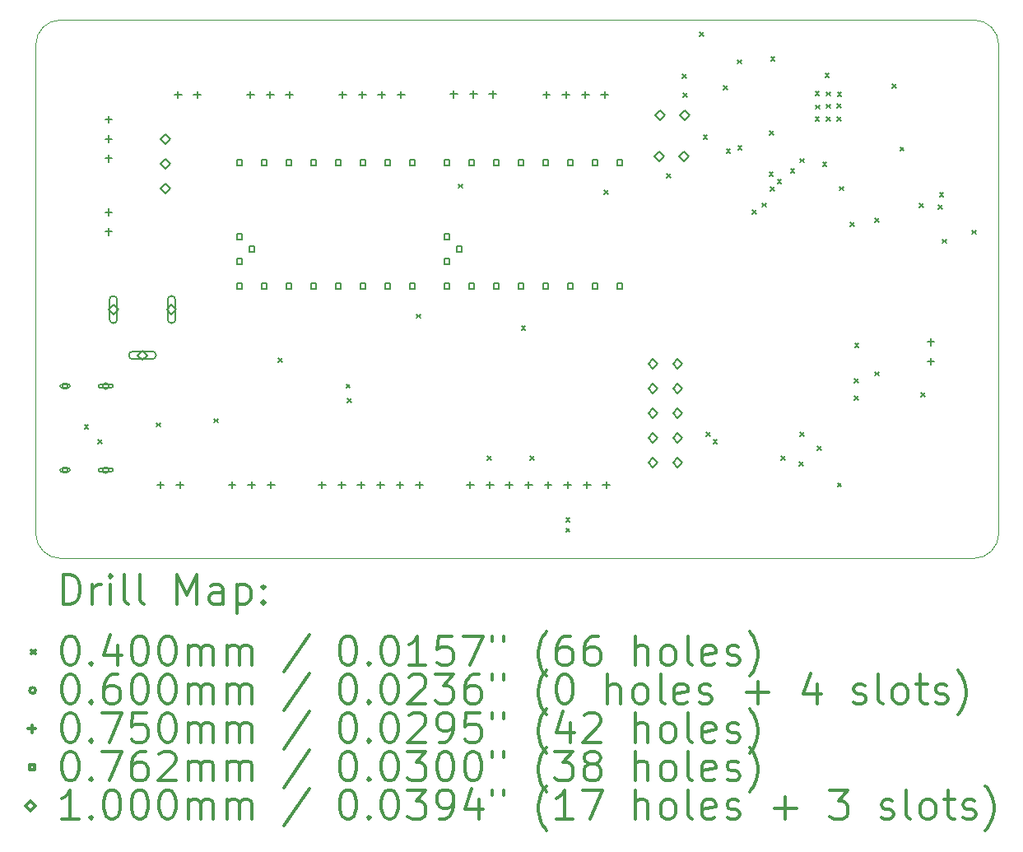
<source format=gbr>
%FSLAX45Y45*%
G04 Gerber Fmt 4.5, Leading zero omitted, Abs format (unit mm)*
G04 Created by KiCad (PCBNEW (5.1.10)-1) date 2022-06-03 14:06:43*
%MOMM*%
%LPD*%
G01*
G04 APERTURE LIST*
%TA.AperFunction,Profile*%
%ADD10C,0.050000*%
%TD*%
%ADD11C,0.200000*%
%ADD12C,0.300000*%
G04 APERTURE END LIST*
D10*
X12446000Y-7156450D02*
X12446000Y-12185650D01*
X2794000Y-12439650D02*
G75*
G02*
X2540000Y-12185650I0J254000D01*
G01*
X12192000Y-12439650D02*
G75*
G03*
X12446000Y-12185650I0J254000D01*
G01*
X2540000Y-12185650D02*
X2540000Y-7156450D01*
X2540000Y-7156450D02*
G75*
G02*
X2794000Y-6902450I254000J0D01*
G01*
X12192000Y-12439650D02*
X2794000Y-12439650D01*
X12192000Y-6902450D02*
G75*
G02*
X12446000Y-7156450I0J-254000D01*
G01*
X2794000Y-6902450D02*
X12192000Y-6902450D01*
D11*
X3040700Y-11067100D02*
X3080700Y-11107100D01*
X3080700Y-11067100D02*
X3040700Y-11107100D01*
X3180400Y-11219500D02*
X3220400Y-11259500D01*
X3220400Y-11219500D02*
X3180400Y-11259500D01*
X3778710Y-11045010D02*
X3818710Y-11085010D01*
X3818710Y-11045010D02*
X3778710Y-11085010D01*
X4374200Y-11003600D02*
X4414200Y-11043600D01*
X4414200Y-11003600D02*
X4374200Y-11043600D01*
X5034600Y-10381300D02*
X5074600Y-10421300D01*
X5074600Y-10381300D02*
X5034600Y-10421300D01*
X5733100Y-10648000D02*
X5773100Y-10688000D01*
X5773100Y-10648000D02*
X5733100Y-10688000D01*
X5745760Y-10797920D02*
X5785760Y-10837920D01*
X5785760Y-10797920D02*
X5745760Y-10837920D01*
X6459540Y-9929180D02*
X6499540Y-9969180D01*
X6499540Y-9929180D02*
X6459540Y-9969180D01*
X6888800Y-8590600D02*
X6928800Y-8630600D01*
X6928800Y-8590600D02*
X6888800Y-8630600D01*
X7187250Y-11390950D02*
X7227250Y-11430950D01*
X7227250Y-11390950D02*
X7187250Y-11430950D01*
X7536500Y-10051100D02*
X7576500Y-10091100D01*
X7576500Y-10051100D02*
X7536500Y-10091100D01*
X7625400Y-11390950D02*
X7665400Y-11430950D01*
X7665400Y-11390950D02*
X7625400Y-11430950D01*
X7993700Y-12024250D02*
X8033700Y-12064250D01*
X8033700Y-12024250D02*
X7993700Y-12064250D01*
X7993700Y-12129250D02*
X8033700Y-12169250D01*
X8033700Y-12129250D02*
X7993700Y-12169250D01*
X8387400Y-8654100D02*
X8427400Y-8694100D01*
X8427400Y-8654100D02*
X8387400Y-8694100D01*
X9028520Y-8482520D02*
X9068520Y-8522520D01*
X9068520Y-8482520D02*
X9028520Y-8522520D01*
X9193850Y-7460300D02*
X9233850Y-7500300D01*
X9233850Y-7460300D02*
X9193850Y-7500300D01*
X9197850Y-7654800D02*
X9237850Y-7694800D01*
X9237850Y-7654800D02*
X9197850Y-7694800D01*
X9367640Y-7028500D02*
X9407640Y-7068500D01*
X9407640Y-7028500D02*
X9367640Y-7068500D01*
X9407041Y-8086241D02*
X9447041Y-8126241D01*
X9447041Y-8086241D02*
X9407041Y-8126241D01*
X9436127Y-11144277D02*
X9476127Y-11184277D01*
X9476127Y-11144277D02*
X9436127Y-11184277D01*
X9510373Y-11218523D02*
X9550373Y-11258523D01*
X9550373Y-11218523D02*
X9510373Y-11258523D01*
X9612950Y-7580950D02*
X9652950Y-7620950D01*
X9652950Y-7580950D02*
X9612950Y-7620950D01*
X9644210Y-8233370D02*
X9684210Y-8273370D01*
X9684210Y-8233370D02*
X9644210Y-8273370D01*
X9761540Y-7312980D02*
X9801540Y-7352980D01*
X9801540Y-7312980D02*
X9761540Y-7352980D01*
X9764250Y-8199720D02*
X9804250Y-8239720D01*
X9804250Y-8199720D02*
X9764250Y-8239720D01*
X9911910Y-8854890D02*
X9951910Y-8894890D01*
X9951910Y-8854890D02*
X9911910Y-8894890D01*
X10011510Y-8785190D02*
X10051510Y-8825190D01*
X10051510Y-8785190D02*
X10011510Y-8825190D01*
X10085450Y-8464870D02*
X10125450Y-8504870D01*
X10125450Y-8464870D02*
X10085450Y-8504870D01*
X10086530Y-8044500D02*
X10126530Y-8084500D01*
X10126530Y-8044500D02*
X10086530Y-8084500D01*
X10100110Y-8617100D02*
X10140110Y-8657100D01*
X10140110Y-8617100D02*
X10100110Y-8657100D01*
X10101900Y-7282500D02*
X10141900Y-7322500D01*
X10141900Y-7282500D02*
X10101900Y-7322500D01*
X10170580Y-8542990D02*
X10210580Y-8582990D01*
X10210580Y-8542990D02*
X10170580Y-8582990D01*
X10209850Y-11390950D02*
X10249850Y-11430950D01*
X10249850Y-11390950D02*
X10209850Y-11430950D01*
X10305510Y-8436860D02*
X10345510Y-8476860D01*
X10345510Y-8436860D02*
X10305510Y-8476860D01*
X10395965Y-11450065D02*
X10435965Y-11490065D01*
X10435965Y-11450065D02*
X10395965Y-11490065D01*
X10400350Y-11143300D02*
X10440350Y-11183300D01*
X10440350Y-11143300D02*
X10400350Y-11183300D01*
X10401500Y-8327690D02*
X10441500Y-8367690D01*
X10441500Y-8327690D02*
X10401500Y-8367690D01*
X10559100Y-7638100D02*
X10599100Y-7678100D01*
X10599100Y-7638100D02*
X10559100Y-7678100D01*
X10559100Y-7898450D02*
X10599100Y-7938450D01*
X10599100Y-7898450D02*
X10559100Y-7938450D01*
X10565450Y-7777800D02*
X10605450Y-7817800D01*
X10605450Y-7777800D02*
X10565450Y-7817800D01*
X10578150Y-11289350D02*
X10618150Y-11329350D01*
X10618150Y-11289350D02*
X10578150Y-11329350D01*
X10635300Y-8368350D02*
X10675300Y-8408350D01*
X10675300Y-8368350D02*
X10635300Y-8408350D01*
X10660570Y-7453850D02*
X10700570Y-7493850D01*
X10700570Y-7453850D02*
X10660570Y-7493850D01*
X10673400Y-7898450D02*
X10713400Y-7938450D01*
X10713400Y-7898450D02*
X10673400Y-7938450D01*
X10675000Y-7642850D02*
X10715000Y-7682850D01*
X10715000Y-7642850D02*
X10675000Y-7682850D01*
X10675000Y-7769850D02*
X10715000Y-7809850D01*
X10715000Y-7769850D02*
X10675000Y-7809850D01*
X10781350Y-7765100D02*
X10821350Y-7805100D01*
X10821350Y-7765100D02*
X10781350Y-7805100D01*
X10781350Y-7898450D02*
X10821350Y-7938450D01*
X10821350Y-7898450D02*
X10781350Y-7938450D01*
X10787700Y-7644450D02*
X10827700Y-7684450D01*
X10827700Y-7644450D02*
X10787700Y-7684450D01*
X10787700Y-11664000D02*
X10827700Y-11704000D01*
X10827700Y-11664000D02*
X10787700Y-11704000D01*
X10806970Y-8614930D02*
X10846970Y-8654930D01*
X10846970Y-8614930D02*
X10806970Y-8654930D01*
X10916320Y-8985090D02*
X10956320Y-9025090D01*
X10956320Y-8985090D02*
X10916320Y-9025090D01*
X10959150Y-10590850D02*
X10999150Y-10630850D01*
X10999150Y-10590850D02*
X10959150Y-10630850D01*
X10959150Y-10771300D02*
X10999150Y-10811300D01*
X10999150Y-10771300D02*
X10959150Y-10811300D01*
X10965500Y-10228900D02*
X11005500Y-10268900D01*
X11005500Y-10228900D02*
X10965500Y-10268900D01*
X11174580Y-8940990D02*
X11214580Y-8980990D01*
X11214580Y-8940990D02*
X11174580Y-8980990D01*
X11175100Y-10521050D02*
X11215100Y-10561050D01*
X11215100Y-10521050D02*
X11175100Y-10561050D01*
X11350030Y-7561510D02*
X11390030Y-7601510D01*
X11390030Y-7561510D02*
X11350030Y-7601510D01*
X11431010Y-8209100D02*
X11471010Y-8249100D01*
X11471010Y-8209100D02*
X11431010Y-8249100D01*
X11630870Y-8790820D02*
X11670870Y-8830820D01*
X11670870Y-8790820D02*
X11630870Y-8830820D01*
X11644950Y-10736900D02*
X11684950Y-10776900D01*
X11684950Y-10736900D02*
X11644950Y-10776900D01*
X11825880Y-8809410D02*
X11865880Y-8849410D01*
X11865880Y-8809410D02*
X11825880Y-8849410D01*
X11836680Y-8679500D02*
X11876680Y-8719500D01*
X11876680Y-8679500D02*
X11836680Y-8719500D01*
X11868020Y-9157410D02*
X11908020Y-9197410D01*
X11908020Y-9157410D02*
X11868020Y-9197410D01*
X12173300Y-9064650D02*
X12213300Y-9104650D01*
X12213300Y-9064650D02*
X12173300Y-9104650D01*
X2871400Y-10667800D02*
G75*
G03*
X2871400Y-10667800I-30000J0D01*
G01*
X2871400Y-10647800D02*
X2811400Y-10647800D01*
X2871400Y-10687800D02*
X2811400Y-10687800D01*
X2811400Y-10647800D02*
G75*
G03*
X2811400Y-10687800I0J-20000D01*
G01*
X2871400Y-10687800D02*
G75*
G03*
X2871400Y-10647800I0J20000D01*
G01*
X2871400Y-11531800D02*
G75*
G03*
X2871400Y-11531800I-30000J0D01*
G01*
X2871400Y-11511800D02*
X2811400Y-11511800D01*
X2871400Y-11551800D02*
X2811400Y-11551800D01*
X2811400Y-11511800D02*
G75*
G03*
X2811400Y-11551800I0J-20000D01*
G01*
X2871400Y-11551800D02*
G75*
G03*
X2871400Y-11511800I0J20000D01*
G01*
X3289400Y-10667800D02*
G75*
G03*
X3289400Y-10667800I-30000J0D01*
G01*
X3314400Y-10647800D02*
X3204400Y-10647800D01*
X3314400Y-10687800D02*
X3204400Y-10687800D01*
X3204400Y-10647800D02*
G75*
G03*
X3204400Y-10687800I0J-20000D01*
G01*
X3314400Y-10687800D02*
G75*
G03*
X3314400Y-10647800I0J20000D01*
G01*
X3289400Y-11531800D02*
G75*
G03*
X3289400Y-11531800I-30000J0D01*
G01*
X3314400Y-11511800D02*
X3204400Y-11511800D01*
X3314400Y-11551800D02*
X3204400Y-11551800D01*
X3204400Y-11511800D02*
G75*
G03*
X3204400Y-11551800I0J-20000D01*
G01*
X3314400Y-11551800D02*
G75*
G03*
X3314400Y-11511800I0J20000D01*
G01*
X3289300Y-7887300D02*
X3289300Y-7962300D01*
X3251800Y-7924800D02*
X3326800Y-7924800D01*
X3289300Y-8087300D02*
X3289300Y-8162300D01*
X3251800Y-8124800D02*
X3326800Y-8124800D01*
X3289300Y-8287300D02*
X3289300Y-8362300D01*
X3251800Y-8324800D02*
X3326800Y-8324800D01*
X3289300Y-8839800D02*
X3289300Y-8914800D01*
X3251800Y-8877300D02*
X3326800Y-8877300D01*
X3289300Y-9039800D02*
X3289300Y-9114800D01*
X3251800Y-9077300D02*
X3326800Y-9077300D01*
X3822700Y-11646500D02*
X3822700Y-11721500D01*
X3785200Y-11684000D02*
X3860200Y-11684000D01*
X4002430Y-7633300D02*
X4002430Y-7708300D01*
X3964930Y-7670800D02*
X4039930Y-7670800D01*
X4022700Y-11646500D02*
X4022700Y-11721500D01*
X3985200Y-11684000D02*
X4060200Y-11684000D01*
X4202430Y-7633300D02*
X4202430Y-7708300D01*
X4164930Y-7670800D02*
X4239930Y-7670800D01*
X4559300Y-11646500D02*
X4559300Y-11721500D01*
X4521800Y-11684000D02*
X4596800Y-11684000D01*
X4749850Y-7633300D02*
X4749850Y-7708300D01*
X4712350Y-7670800D02*
X4787350Y-7670800D01*
X4759300Y-11646500D02*
X4759300Y-11721500D01*
X4721800Y-11684000D02*
X4796800Y-11684000D01*
X4949850Y-7633300D02*
X4949850Y-7708300D01*
X4912350Y-7670800D02*
X4987350Y-7670800D01*
X4959300Y-11646500D02*
X4959300Y-11721500D01*
X4921800Y-11684000D02*
X4996800Y-11684000D01*
X5149850Y-7633300D02*
X5149850Y-7708300D01*
X5112350Y-7670800D02*
X5187350Y-7670800D01*
X5486400Y-11646500D02*
X5486400Y-11721500D01*
X5448900Y-11684000D02*
X5523900Y-11684000D01*
X5686400Y-11646500D02*
X5686400Y-11721500D01*
X5648900Y-11684000D02*
X5723900Y-11684000D01*
X5697930Y-7633300D02*
X5697930Y-7708300D01*
X5660430Y-7670800D02*
X5735430Y-7670800D01*
X5886400Y-11646500D02*
X5886400Y-11721500D01*
X5848900Y-11684000D02*
X5923900Y-11684000D01*
X5897930Y-7633300D02*
X5897930Y-7708300D01*
X5860430Y-7670800D02*
X5935430Y-7670800D01*
X6086400Y-11646500D02*
X6086400Y-11721500D01*
X6048900Y-11684000D02*
X6123900Y-11684000D01*
X6097930Y-7633300D02*
X6097930Y-7708300D01*
X6060430Y-7670800D02*
X6135430Y-7670800D01*
X6286400Y-11646500D02*
X6286400Y-11721500D01*
X6248900Y-11684000D02*
X6323900Y-11684000D01*
X6297930Y-7633300D02*
X6297930Y-7708300D01*
X6260430Y-7670800D02*
X6335430Y-7670800D01*
X6486400Y-11646500D02*
X6486400Y-11721500D01*
X6448900Y-11684000D02*
X6523900Y-11684000D01*
X6840880Y-7628220D02*
X6840880Y-7703220D01*
X6803380Y-7665720D02*
X6878380Y-7665720D01*
X7010400Y-11646500D02*
X7010400Y-11721500D01*
X6972900Y-11684000D02*
X7047900Y-11684000D01*
X7040880Y-7628220D02*
X7040880Y-7703220D01*
X7003380Y-7665720D02*
X7078380Y-7665720D01*
X7210400Y-11646500D02*
X7210400Y-11721500D01*
X7172900Y-11684000D02*
X7247900Y-11684000D01*
X7240880Y-7628220D02*
X7240880Y-7703220D01*
X7203380Y-7665720D02*
X7278380Y-7665720D01*
X7410400Y-11646500D02*
X7410400Y-11721500D01*
X7372900Y-11684000D02*
X7447900Y-11684000D01*
X7610400Y-11646500D02*
X7610400Y-11721500D01*
X7572900Y-11684000D02*
X7647900Y-11684000D01*
X7793430Y-7633300D02*
X7793430Y-7708300D01*
X7755930Y-7670800D02*
X7830930Y-7670800D01*
X7810400Y-11646500D02*
X7810400Y-11721500D01*
X7772900Y-11684000D02*
X7847900Y-11684000D01*
X7993430Y-7633300D02*
X7993430Y-7708300D01*
X7955930Y-7670800D02*
X8030930Y-7670800D01*
X8010400Y-11646500D02*
X8010400Y-11721500D01*
X7972900Y-11684000D02*
X8047900Y-11684000D01*
X8193430Y-7633300D02*
X8193430Y-7708300D01*
X8155930Y-7670800D02*
X8230930Y-7670800D01*
X8210400Y-11646500D02*
X8210400Y-11721500D01*
X8172900Y-11684000D02*
X8247900Y-11684000D01*
X8393430Y-7633300D02*
X8393430Y-7708300D01*
X8355930Y-7670800D02*
X8430930Y-7670800D01*
X8410400Y-11646500D02*
X8410400Y-11721500D01*
X8372900Y-11684000D02*
X8447900Y-11684000D01*
X11747500Y-10176500D02*
X11747500Y-10251500D01*
X11710000Y-10214000D02*
X11785000Y-10214000D01*
X11747500Y-10376500D02*
X11747500Y-10451500D01*
X11710000Y-10414000D02*
X11785000Y-10414000D01*
X4662441Y-8396241D02*
X4662441Y-8342359D01*
X4608559Y-8342359D01*
X4608559Y-8396241D01*
X4662441Y-8396241D01*
X4662441Y-9158241D02*
X4662441Y-9104359D01*
X4608559Y-9104359D01*
X4608559Y-9158241D01*
X4662441Y-9158241D01*
X4662441Y-9412241D02*
X4662441Y-9358359D01*
X4608559Y-9358359D01*
X4608559Y-9412241D01*
X4662441Y-9412241D01*
X4662441Y-9666241D02*
X4662441Y-9612359D01*
X4608559Y-9612359D01*
X4608559Y-9666241D01*
X4662441Y-9666241D01*
X4789441Y-9285241D02*
X4789441Y-9231359D01*
X4735559Y-9231359D01*
X4735559Y-9285241D01*
X4789441Y-9285241D01*
X4916441Y-8396241D02*
X4916441Y-8342359D01*
X4862559Y-8342359D01*
X4862559Y-8396241D01*
X4916441Y-8396241D01*
X4916441Y-9666241D02*
X4916441Y-9612359D01*
X4862559Y-9612359D01*
X4862559Y-9666241D01*
X4916441Y-9666241D01*
X5170441Y-8396241D02*
X5170441Y-8342359D01*
X5116559Y-8342359D01*
X5116559Y-8396241D01*
X5170441Y-8396241D01*
X5170441Y-9666241D02*
X5170441Y-9612359D01*
X5116559Y-9612359D01*
X5116559Y-9666241D01*
X5170441Y-9666241D01*
X5424441Y-8396241D02*
X5424441Y-8342359D01*
X5370559Y-8342359D01*
X5370559Y-8396241D01*
X5424441Y-8396241D01*
X5424441Y-9666241D02*
X5424441Y-9612359D01*
X5370559Y-9612359D01*
X5370559Y-9666241D01*
X5424441Y-9666241D01*
X5678441Y-8396241D02*
X5678441Y-8342359D01*
X5624559Y-8342359D01*
X5624559Y-8396241D01*
X5678441Y-8396241D01*
X5678441Y-9666241D02*
X5678441Y-9612359D01*
X5624559Y-9612359D01*
X5624559Y-9666241D01*
X5678441Y-9666241D01*
X5932441Y-8396241D02*
X5932441Y-8342359D01*
X5878559Y-8342359D01*
X5878559Y-8396241D01*
X5932441Y-8396241D01*
X5932441Y-9666241D02*
X5932441Y-9612359D01*
X5878559Y-9612359D01*
X5878559Y-9666241D01*
X5932441Y-9666241D01*
X6186441Y-8396241D02*
X6186441Y-8342359D01*
X6132559Y-8342359D01*
X6132559Y-8396241D01*
X6186441Y-8396241D01*
X6186441Y-9666241D02*
X6186441Y-9612359D01*
X6132559Y-9612359D01*
X6132559Y-9666241D01*
X6186441Y-9666241D01*
X6440441Y-8396241D02*
X6440441Y-8342359D01*
X6386559Y-8342359D01*
X6386559Y-8396241D01*
X6440441Y-8396241D01*
X6440441Y-9666241D02*
X6440441Y-9612359D01*
X6386559Y-9612359D01*
X6386559Y-9666241D01*
X6440441Y-9666241D01*
X6796041Y-8396241D02*
X6796041Y-8342359D01*
X6742159Y-8342359D01*
X6742159Y-8396241D01*
X6796041Y-8396241D01*
X6796041Y-9158241D02*
X6796041Y-9104359D01*
X6742159Y-9104359D01*
X6742159Y-9158241D01*
X6796041Y-9158241D01*
X6796041Y-9412241D02*
X6796041Y-9358359D01*
X6742159Y-9358359D01*
X6742159Y-9412241D01*
X6796041Y-9412241D01*
X6796041Y-9666241D02*
X6796041Y-9612359D01*
X6742159Y-9612359D01*
X6742159Y-9666241D01*
X6796041Y-9666241D01*
X6923041Y-9285241D02*
X6923041Y-9231359D01*
X6869159Y-9231359D01*
X6869159Y-9285241D01*
X6923041Y-9285241D01*
X7050041Y-8396241D02*
X7050041Y-8342359D01*
X6996159Y-8342359D01*
X6996159Y-8396241D01*
X7050041Y-8396241D01*
X7050041Y-9666241D02*
X7050041Y-9612359D01*
X6996159Y-9612359D01*
X6996159Y-9666241D01*
X7050041Y-9666241D01*
X7304041Y-8396241D02*
X7304041Y-8342359D01*
X7250159Y-8342359D01*
X7250159Y-8396241D01*
X7304041Y-8396241D01*
X7304041Y-9666241D02*
X7304041Y-9612359D01*
X7250159Y-9612359D01*
X7250159Y-9666241D01*
X7304041Y-9666241D01*
X7558041Y-8396241D02*
X7558041Y-8342359D01*
X7504159Y-8342359D01*
X7504159Y-8396241D01*
X7558041Y-8396241D01*
X7558041Y-9666241D02*
X7558041Y-9612359D01*
X7504159Y-9612359D01*
X7504159Y-9666241D01*
X7558041Y-9666241D01*
X7812041Y-8396241D02*
X7812041Y-8342359D01*
X7758159Y-8342359D01*
X7758159Y-8396241D01*
X7812041Y-8396241D01*
X7812041Y-9666241D02*
X7812041Y-9612359D01*
X7758159Y-9612359D01*
X7758159Y-9666241D01*
X7812041Y-9666241D01*
X8066041Y-8396241D02*
X8066041Y-8342359D01*
X8012159Y-8342359D01*
X8012159Y-8396241D01*
X8066041Y-8396241D01*
X8066041Y-9666241D02*
X8066041Y-9612359D01*
X8012159Y-9612359D01*
X8012159Y-9666241D01*
X8066041Y-9666241D01*
X8320041Y-8396241D02*
X8320041Y-8342359D01*
X8266159Y-8342359D01*
X8266159Y-8396241D01*
X8320041Y-8396241D01*
X8320041Y-9666241D02*
X8320041Y-9612359D01*
X8266159Y-9612359D01*
X8266159Y-9666241D01*
X8320041Y-9666241D01*
X8574041Y-8396241D02*
X8574041Y-8342359D01*
X8520159Y-8342359D01*
X8520159Y-8396241D01*
X8574041Y-8396241D01*
X8574041Y-9666241D02*
X8574041Y-9612359D01*
X8520159Y-9612359D01*
X8520159Y-9666241D01*
X8574041Y-9666241D01*
X3337000Y-9930600D02*
X3387000Y-9880600D01*
X3337000Y-9830600D01*
X3287000Y-9880600D01*
X3337000Y-9930600D01*
X3297000Y-9780600D02*
X3297000Y-9980600D01*
X3377000Y-9780600D02*
X3377000Y-9980600D01*
X3297000Y-9980600D02*
G75*
G03*
X3377000Y-9980600I40000J0D01*
G01*
X3377000Y-9780600D02*
G75*
G03*
X3297000Y-9780600I-40000J0D01*
G01*
X3637000Y-10400600D02*
X3687000Y-10350600D01*
X3637000Y-10300600D01*
X3587000Y-10350600D01*
X3637000Y-10400600D01*
X3537000Y-10390600D02*
X3737000Y-10390600D01*
X3537000Y-10310600D02*
X3737000Y-10310600D01*
X3737000Y-10390600D02*
G75*
G03*
X3737000Y-10310600I0J40000D01*
G01*
X3537000Y-10310600D02*
G75*
G03*
X3537000Y-10390600I0J-40000D01*
G01*
X3873500Y-8178000D02*
X3923500Y-8128000D01*
X3873500Y-8078000D01*
X3823500Y-8128000D01*
X3873500Y-8178000D01*
X3873500Y-8432000D02*
X3923500Y-8382000D01*
X3873500Y-8332000D01*
X3823500Y-8382000D01*
X3873500Y-8432000D01*
X3873500Y-8686000D02*
X3923500Y-8636000D01*
X3873500Y-8586000D01*
X3823500Y-8636000D01*
X3873500Y-8686000D01*
X3937000Y-9930600D02*
X3987000Y-9880600D01*
X3937000Y-9830600D01*
X3887000Y-9880600D01*
X3937000Y-9930600D01*
X3897000Y-9780600D02*
X3897000Y-9980600D01*
X3977000Y-9780600D02*
X3977000Y-9980600D01*
X3897000Y-9980600D02*
G75*
G03*
X3977000Y-9980600I40000J0D01*
G01*
X3977000Y-9780600D02*
G75*
G03*
X3897000Y-9780600I-40000J0D01*
G01*
X8890000Y-10489400D02*
X8940000Y-10439400D01*
X8890000Y-10389400D01*
X8840000Y-10439400D01*
X8890000Y-10489400D01*
X8890000Y-10743400D02*
X8940000Y-10693400D01*
X8890000Y-10643400D01*
X8840000Y-10693400D01*
X8890000Y-10743400D01*
X8890000Y-10997400D02*
X8940000Y-10947400D01*
X8890000Y-10897400D01*
X8840000Y-10947400D01*
X8890000Y-10997400D01*
X8890000Y-11251400D02*
X8940000Y-11201400D01*
X8890000Y-11151400D01*
X8840000Y-11201400D01*
X8890000Y-11251400D01*
X8890000Y-11505400D02*
X8940000Y-11455400D01*
X8890000Y-11405400D01*
X8840000Y-11455400D01*
X8890000Y-11505400D01*
X8953500Y-8355800D02*
X9003500Y-8305800D01*
X8953500Y-8255800D01*
X8903500Y-8305800D01*
X8953500Y-8355800D01*
X8959850Y-7930350D02*
X9009850Y-7880350D01*
X8959850Y-7830350D01*
X8909850Y-7880350D01*
X8959850Y-7930350D01*
X9144000Y-10489400D02*
X9194000Y-10439400D01*
X9144000Y-10389400D01*
X9094000Y-10439400D01*
X9144000Y-10489400D01*
X9144000Y-10743400D02*
X9194000Y-10693400D01*
X9144000Y-10643400D01*
X9094000Y-10693400D01*
X9144000Y-10743400D01*
X9144000Y-10997400D02*
X9194000Y-10947400D01*
X9144000Y-10897400D01*
X9094000Y-10947400D01*
X9144000Y-10997400D01*
X9144000Y-11251400D02*
X9194000Y-11201400D01*
X9144000Y-11151400D01*
X9094000Y-11201400D01*
X9144000Y-11251400D01*
X9144000Y-11505400D02*
X9194000Y-11455400D01*
X9144000Y-11405400D01*
X9094000Y-11455400D01*
X9144000Y-11505400D01*
X9207500Y-8355800D02*
X9257500Y-8305800D01*
X9207500Y-8255800D01*
X9157500Y-8305800D01*
X9207500Y-8355800D01*
X9213850Y-7930350D02*
X9263850Y-7880350D01*
X9213850Y-7830350D01*
X9163850Y-7880350D01*
X9213850Y-7930350D01*
D12*
X2823928Y-12907864D02*
X2823928Y-12607864D01*
X2895357Y-12607864D01*
X2938214Y-12622150D01*
X2966786Y-12650721D01*
X2981071Y-12679293D01*
X2995357Y-12736436D01*
X2995357Y-12779293D01*
X2981071Y-12836436D01*
X2966786Y-12865007D01*
X2938214Y-12893579D01*
X2895357Y-12907864D01*
X2823928Y-12907864D01*
X3123928Y-12907864D02*
X3123928Y-12707864D01*
X3123928Y-12765007D02*
X3138214Y-12736436D01*
X3152500Y-12722150D01*
X3181071Y-12707864D01*
X3209643Y-12707864D01*
X3309643Y-12907864D02*
X3309643Y-12707864D01*
X3309643Y-12607864D02*
X3295357Y-12622150D01*
X3309643Y-12636436D01*
X3323928Y-12622150D01*
X3309643Y-12607864D01*
X3309643Y-12636436D01*
X3495357Y-12907864D02*
X3466786Y-12893579D01*
X3452500Y-12865007D01*
X3452500Y-12607864D01*
X3652500Y-12907864D02*
X3623928Y-12893579D01*
X3609643Y-12865007D01*
X3609643Y-12607864D01*
X3995357Y-12907864D02*
X3995357Y-12607864D01*
X4095357Y-12822150D01*
X4195357Y-12607864D01*
X4195357Y-12907864D01*
X4466786Y-12907864D02*
X4466786Y-12750721D01*
X4452500Y-12722150D01*
X4423928Y-12707864D01*
X4366786Y-12707864D01*
X4338214Y-12722150D01*
X4466786Y-12893579D02*
X4438214Y-12907864D01*
X4366786Y-12907864D01*
X4338214Y-12893579D01*
X4323928Y-12865007D01*
X4323928Y-12836436D01*
X4338214Y-12807864D01*
X4366786Y-12793579D01*
X4438214Y-12793579D01*
X4466786Y-12779293D01*
X4609643Y-12707864D02*
X4609643Y-13007864D01*
X4609643Y-12722150D02*
X4638214Y-12707864D01*
X4695357Y-12707864D01*
X4723928Y-12722150D01*
X4738214Y-12736436D01*
X4752500Y-12765007D01*
X4752500Y-12850721D01*
X4738214Y-12879293D01*
X4723928Y-12893579D01*
X4695357Y-12907864D01*
X4638214Y-12907864D01*
X4609643Y-12893579D01*
X4881071Y-12879293D02*
X4895357Y-12893579D01*
X4881071Y-12907864D01*
X4866786Y-12893579D01*
X4881071Y-12879293D01*
X4881071Y-12907864D01*
X4881071Y-12722150D02*
X4895357Y-12736436D01*
X4881071Y-12750721D01*
X4866786Y-12736436D01*
X4881071Y-12722150D01*
X4881071Y-12750721D01*
X2497500Y-13382150D02*
X2537500Y-13422150D01*
X2537500Y-13382150D02*
X2497500Y-13422150D01*
X2881071Y-13237864D02*
X2909643Y-13237864D01*
X2938214Y-13252150D01*
X2952500Y-13266436D01*
X2966786Y-13295007D01*
X2981071Y-13352150D01*
X2981071Y-13423579D01*
X2966786Y-13480721D01*
X2952500Y-13509293D01*
X2938214Y-13523579D01*
X2909643Y-13537864D01*
X2881071Y-13537864D01*
X2852500Y-13523579D01*
X2838214Y-13509293D01*
X2823928Y-13480721D01*
X2809643Y-13423579D01*
X2809643Y-13352150D01*
X2823928Y-13295007D01*
X2838214Y-13266436D01*
X2852500Y-13252150D01*
X2881071Y-13237864D01*
X3109643Y-13509293D02*
X3123928Y-13523579D01*
X3109643Y-13537864D01*
X3095357Y-13523579D01*
X3109643Y-13509293D01*
X3109643Y-13537864D01*
X3381071Y-13337864D02*
X3381071Y-13537864D01*
X3309643Y-13223579D02*
X3238214Y-13437864D01*
X3423928Y-13437864D01*
X3595357Y-13237864D02*
X3623928Y-13237864D01*
X3652500Y-13252150D01*
X3666786Y-13266436D01*
X3681071Y-13295007D01*
X3695357Y-13352150D01*
X3695357Y-13423579D01*
X3681071Y-13480721D01*
X3666786Y-13509293D01*
X3652500Y-13523579D01*
X3623928Y-13537864D01*
X3595357Y-13537864D01*
X3566786Y-13523579D01*
X3552500Y-13509293D01*
X3538214Y-13480721D01*
X3523928Y-13423579D01*
X3523928Y-13352150D01*
X3538214Y-13295007D01*
X3552500Y-13266436D01*
X3566786Y-13252150D01*
X3595357Y-13237864D01*
X3881071Y-13237864D02*
X3909643Y-13237864D01*
X3938214Y-13252150D01*
X3952500Y-13266436D01*
X3966786Y-13295007D01*
X3981071Y-13352150D01*
X3981071Y-13423579D01*
X3966786Y-13480721D01*
X3952500Y-13509293D01*
X3938214Y-13523579D01*
X3909643Y-13537864D01*
X3881071Y-13537864D01*
X3852500Y-13523579D01*
X3838214Y-13509293D01*
X3823928Y-13480721D01*
X3809643Y-13423579D01*
X3809643Y-13352150D01*
X3823928Y-13295007D01*
X3838214Y-13266436D01*
X3852500Y-13252150D01*
X3881071Y-13237864D01*
X4109643Y-13537864D02*
X4109643Y-13337864D01*
X4109643Y-13366436D02*
X4123928Y-13352150D01*
X4152500Y-13337864D01*
X4195357Y-13337864D01*
X4223928Y-13352150D01*
X4238214Y-13380721D01*
X4238214Y-13537864D01*
X4238214Y-13380721D02*
X4252500Y-13352150D01*
X4281071Y-13337864D01*
X4323928Y-13337864D01*
X4352500Y-13352150D01*
X4366786Y-13380721D01*
X4366786Y-13537864D01*
X4509643Y-13537864D02*
X4509643Y-13337864D01*
X4509643Y-13366436D02*
X4523928Y-13352150D01*
X4552500Y-13337864D01*
X4595357Y-13337864D01*
X4623928Y-13352150D01*
X4638214Y-13380721D01*
X4638214Y-13537864D01*
X4638214Y-13380721D02*
X4652500Y-13352150D01*
X4681071Y-13337864D01*
X4723928Y-13337864D01*
X4752500Y-13352150D01*
X4766786Y-13380721D01*
X4766786Y-13537864D01*
X5352500Y-13223579D02*
X5095357Y-13609293D01*
X5738214Y-13237864D02*
X5766786Y-13237864D01*
X5795357Y-13252150D01*
X5809643Y-13266436D01*
X5823928Y-13295007D01*
X5838214Y-13352150D01*
X5838214Y-13423579D01*
X5823928Y-13480721D01*
X5809643Y-13509293D01*
X5795357Y-13523579D01*
X5766786Y-13537864D01*
X5738214Y-13537864D01*
X5709643Y-13523579D01*
X5695357Y-13509293D01*
X5681071Y-13480721D01*
X5666786Y-13423579D01*
X5666786Y-13352150D01*
X5681071Y-13295007D01*
X5695357Y-13266436D01*
X5709643Y-13252150D01*
X5738214Y-13237864D01*
X5966786Y-13509293D02*
X5981071Y-13523579D01*
X5966786Y-13537864D01*
X5952500Y-13523579D01*
X5966786Y-13509293D01*
X5966786Y-13537864D01*
X6166786Y-13237864D02*
X6195357Y-13237864D01*
X6223928Y-13252150D01*
X6238214Y-13266436D01*
X6252500Y-13295007D01*
X6266786Y-13352150D01*
X6266786Y-13423579D01*
X6252500Y-13480721D01*
X6238214Y-13509293D01*
X6223928Y-13523579D01*
X6195357Y-13537864D01*
X6166786Y-13537864D01*
X6138214Y-13523579D01*
X6123928Y-13509293D01*
X6109643Y-13480721D01*
X6095357Y-13423579D01*
X6095357Y-13352150D01*
X6109643Y-13295007D01*
X6123928Y-13266436D01*
X6138214Y-13252150D01*
X6166786Y-13237864D01*
X6552500Y-13537864D02*
X6381071Y-13537864D01*
X6466786Y-13537864D02*
X6466786Y-13237864D01*
X6438214Y-13280721D01*
X6409643Y-13309293D01*
X6381071Y-13323579D01*
X6823928Y-13237864D02*
X6681071Y-13237864D01*
X6666786Y-13380721D01*
X6681071Y-13366436D01*
X6709643Y-13352150D01*
X6781071Y-13352150D01*
X6809643Y-13366436D01*
X6823928Y-13380721D01*
X6838214Y-13409293D01*
X6838214Y-13480721D01*
X6823928Y-13509293D01*
X6809643Y-13523579D01*
X6781071Y-13537864D01*
X6709643Y-13537864D01*
X6681071Y-13523579D01*
X6666786Y-13509293D01*
X6938214Y-13237864D02*
X7138214Y-13237864D01*
X7009643Y-13537864D01*
X7238214Y-13237864D02*
X7238214Y-13295007D01*
X7352500Y-13237864D02*
X7352500Y-13295007D01*
X7795357Y-13652150D02*
X7781071Y-13637864D01*
X7752500Y-13595007D01*
X7738214Y-13566436D01*
X7723928Y-13523579D01*
X7709643Y-13452150D01*
X7709643Y-13395007D01*
X7723928Y-13323579D01*
X7738214Y-13280721D01*
X7752500Y-13252150D01*
X7781071Y-13209293D01*
X7795357Y-13195007D01*
X8038214Y-13237864D02*
X7981071Y-13237864D01*
X7952500Y-13252150D01*
X7938214Y-13266436D01*
X7909643Y-13309293D01*
X7895357Y-13366436D01*
X7895357Y-13480721D01*
X7909643Y-13509293D01*
X7923928Y-13523579D01*
X7952500Y-13537864D01*
X8009643Y-13537864D01*
X8038214Y-13523579D01*
X8052500Y-13509293D01*
X8066786Y-13480721D01*
X8066786Y-13409293D01*
X8052500Y-13380721D01*
X8038214Y-13366436D01*
X8009643Y-13352150D01*
X7952500Y-13352150D01*
X7923928Y-13366436D01*
X7909643Y-13380721D01*
X7895357Y-13409293D01*
X8323928Y-13237864D02*
X8266786Y-13237864D01*
X8238214Y-13252150D01*
X8223928Y-13266436D01*
X8195357Y-13309293D01*
X8181071Y-13366436D01*
X8181071Y-13480721D01*
X8195357Y-13509293D01*
X8209643Y-13523579D01*
X8238214Y-13537864D01*
X8295357Y-13537864D01*
X8323928Y-13523579D01*
X8338214Y-13509293D01*
X8352500Y-13480721D01*
X8352500Y-13409293D01*
X8338214Y-13380721D01*
X8323928Y-13366436D01*
X8295357Y-13352150D01*
X8238214Y-13352150D01*
X8209643Y-13366436D01*
X8195357Y-13380721D01*
X8181071Y-13409293D01*
X8709643Y-13537864D02*
X8709643Y-13237864D01*
X8838214Y-13537864D02*
X8838214Y-13380721D01*
X8823928Y-13352150D01*
X8795357Y-13337864D01*
X8752500Y-13337864D01*
X8723928Y-13352150D01*
X8709643Y-13366436D01*
X9023928Y-13537864D02*
X8995357Y-13523579D01*
X8981071Y-13509293D01*
X8966786Y-13480721D01*
X8966786Y-13395007D01*
X8981071Y-13366436D01*
X8995357Y-13352150D01*
X9023928Y-13337864D01*
X9066786Y-13337864D01*
X9095357Y-13352150D01*
X9109643Y-13366436D01*
X9123928Y-13395007D01*
X9123928Y-13480721D01*
X9109643Y-13509293D01*
X9095357Y-13523579D01*
X9066786Y-13537864D01*
X9023928Y-13537864D01*
X9295357Y-13537864D02*
X9266786Y-13523579D01*
X9252500Y-13495007D01*
X9252500Y-13237864D01*
X9523928Y-13523579D02*
X9495357Y-13537864D01*
X9438214Y-13537864D01*
X9409643Y-13523579D01*
X9395357Y-13495007D01*
X9395357Y-13380721D01*
X9409643Y-13352150D01*
X9438214Y-13337864D01*
X9495357Y-13337864D01*
X9523928Y-13352150D01*
X9538214Y-13380721D01*
X9538214Y-13409293D01*
X9395357Y-13437864D01*
X9652500Y-13523579D02*
X9681071Y-13537864D01*
X9738214Y-13537864D01*
X9766786Y-13523579D01*
X9781071Y-13495007D01*
X9781071Y-13480721D01*
X9766786Y-13452150D01*
X9738214Y-13437864D01*
X9695357Y-13437864D01*
X9666786Y-13423579D01*
X9652500Y-13395007D01*
X9652500Y-13380721D01*
X9666786Y-13352150D01*
X9695357Y-13337864D01*
X9738214Y-13337864D01*
X9766786Y-13352150D01*
X9881071Y-13652150D02*
X9895357Y-13637864D01*
X9923928Y-13595007D01*
X9938214Y-13566436D01*
X9952500Y-13523579D01*
X9966786Y-13452150D01*
X9966786Y-13395007D01*
X9952500Y-13323579D01*
X9938214Y-13280721D01*
X9923928Y-13252150D01*
X9895357Y-13209293D01*
X9881071Y-13195007D01*
X2537500Y-13798150D02*
G75*
G03*
X2537500Y-13798150I-30000J0D01*
G01*
X2881071Y-13633864D02*
X2909643Y-13633864D01*
X2938214Y-13648150D01*
X2952500Y-13662436D01*
X2966786Y-13691007D01*
X2981071Y-13748150D01*
X2981071Y-13819579D01*
X2966786Y-13876721D01*
X2952500Y-13905293D01*
X2938214Y-13919579D01*
X2909643Y-13933864D01*
X2881071Y-13933864D01*
X2852500Y-13919579D01*
X2838214Y-13905293D01*
X2823928Y-13876721D01*
X2809643Y-13819579D01*
X2809643Y-13748150D01*
X2823928Y-13691007D01*
X2838214Y-13662436D01*
X2852500Y-13648150D01*
X2881071Y-13633864D01*
X3109643Y-13905293D02*
X3123928Y-13919579D01*
X3109643Y-13933864D01*
X3095357Y-13919579D01*
X3109643Y-13905293D01*
X3109643Y-13933864D01*
X3381071Y-13633864D02*
X3323928Y-13633864D01*
X3295357Y-13648150D01*
X3281071Y-13662436D01*
X3252500Y-13705293D01*
X3238214Y-13762436D01*
X3238214Y-13876721D01*
X3252500Y-13905293D01*
X3266786Y-13919579D01*
X3295357Y-13933864D01*
X3352500Y-13933864D01*
X3381071Y-13919579D01*
X3395357Y-13905293D01*
X3409643Y-13876721D01*
X3409643Y-13805293D01*
X3395357Y-13776721D01*
X3381071Y-13762436D01*
X3352500Y-13748150D01*
X3295357Y-13748150D01*
X3266786Y-13762436D01*
X3252500Y-13776721D01*
X3238214Y-13805293D01*
X3595357Y-13633864D02*
X3623928Y-13633864D01*
X3652500Y-13648150D01*
X3666786Y-13662436D01*
X3681071Y-13691007D01*
X3695357Y-13748150D01*
X3695357Y-13819579D01*
X3681071Y-13876721D01*
X3666786Y-13905293D01*
X3652500Y-13919579D01*
X3623928Y-13933864D01*
X3595357Y-13933864D01*
X3566786Y-13919579D01*
X3552500Y-13905293D01*
X3538214Y-13876721D01*
X3523928Y-13819579D01*
X3523928Y-13748150D01*
X3538214Y-13691007D01*
X3552500Y-13662436D01*
X3566786Y-13648150D01*
X3595357Y-13633864D01*
X3881071Y-13633864D02*
X3909643Y-13633864D01*
X3938214Y-13648150D01*
X3952500Y-13662436D01*
X3966786Y-13691007D01*
X3981071Y-13748150D01*
X3981071Y-13819579D01*
X3966786Y-13876721D01*
X3952500Y-13905293D01*
X3938214Y-13919579D01*
X3909643Y-13933864D01*
X3881071Y-13933864D01*
X3852500Y-13919579D01*
X3838214Y-13905293D01*
X3823928Y-13876721D01*
X3809643Y-13819579D01*
X3809643Y-13748150D01*
X3823928Y-13691007D01*
X3838214Y-13662436D01*
X3852500Y-13648150D01*
X3881071Y-13633864D01*
X4109643Y-13933864D02*
X4109643Y-13733864D01*
X4109643Y-13762436D02*
X4123928Y-13748150D01*
X4152500Y-13733864D01*
X4195357Y-13733864D01*
X4223928Y-13748150D01*
X4238214Y-13776721D01*
X4238214Y-13933864D01*
X4238214Y-13776721D02*
X4252500Y-13748150D01*
X4281071Y-13733864D01*
X4323928Y-13733864D01*
X4352500Y-13748150D01*
X4366786Y-13776721D01*
X4366786Y-13933864D01*
X4509643Y-13933864D02*
X4509643Y-13733864D01*
X4509643Y-13762436D02*
X4523928Y-13748150D01*
X4552500Y-13733864D01*
X4595357Y-13733864D01*
X4623928Y-13748150D01*
X4638214Y-13776721D01*
X4638214Y-13933864D01*
X4638214Y-13776721D02*
X4652500Y-13748150D01*
X4681071Y-13733864D01*
X4723928Y-13733864D01*
X4752500Y-13748150D01*
X4766786Y-13776721D01*
X4766786Y-13933864D01*
X5352500Y-13619579D02*
X5095357Y-14005293D01*
X5738214Y-13633864D02*
X5766786Y-13633864D01*
X5795357Y-13648150D01*
X5809643Y-13662436D01*
X5823928Y-13691007D01*
X5838214Y-13748150D01*
X5838214Y-13819579D01*
X5823928Y-13876721D01*
X5809643Y-13905293D01*
X5795357Y-13919579D01*
X5766786Y-13933864D01*
X5738214Y-13933864D01*
X5709643Y-13919579D01*
X5695357Y-13905293D01*
X5681071Y-13876721D01*
X5666786Y-13819579D01*
X5666786Y-13748150D01*
X5681071Y-13691007D01*
X5695357Y-13662436D01*
X5709643Y-13648150D01*
X5738214Y-13633864D01*
X5966786Y-13905293D02*
X5981071Y-13919579D01*
X5966786Y-13933864D01*
X5952500Y-13919579D01*
X5966786Y-13905293D01*
X5966786Y-13933864D01*
X6166786Y-13633864D02*
X6195357Y-13633864D01*
X6223928Y-13648150D01*
X6238214Y-13662436D01*
X6252500Y-13691007D01*
X6266786Y-13748150D01*
X6266786Y-13819579D01*
X6252500Y-13876721D01*
X6238214Y-13905293D01*
X6223928Y-13919579D01*
X6195357Y-13933864D01*
X6166786Y-13933864D01*
X6138214Y-13919579D01*
X6123928Y-13905293D01*
X6109643Y-13876721D01*
X6095357Y-13819579D01*
X6095357Y-13748150D01*
X6109643Y-13691007D01*
X6123928Y-13662436D01*
X6138214Y-13648150D01*
X6166786Y-13633864D01*
X6381071Y-13662436D02*
X6395357Y-13648150D01*
X6423928Y-13633864D01*
X6495357Y-13633864D01*
X6523928Y-13648150D01*
X6538214Y-13662436D01*
X6552500Y-13691007D01*
X6552500Y-13719579D01*
X6538214Y-13762436D01*
X6366786Y-13933864D01*
X6552500Y-13933864D01*
X6652500Y-13633864D02*
X6838214Y-13633864D01*
X6738214Y-13748150D01*
X6781071Y-13748150D01*
X6809643Y-13762436D01*
X6823928Y-13776721D01*
X6838214Y-13805293D01*
X6838214Y-13876721D01*
X6823928Y-13905293D01*
X6809643Y-13919579D01*
X6781071Y-13933864D01*
X6695357Y-13933864D01*
X6666786Y-13919579D01*
X6652500Y-13905293D01*
X7095357Y-13633864D02*
X7038214Y-13633864D01*
X7009643Y-13648150D01*
X6995357Y-13662436D01*
X6966786Y-13705293D01*
X6952500Y-13762436D01*
X6952500Y-13876721D01*
X6966786Y-13905293D01*
X6981071Y-13919579D01*
X7009643Y-13933864D01*
X7066786Y-13933864D01*
X7095357Y-13919579D01*
X7109643Y-13905293D01*
X7123928Y-13876721D01*
X7123928Y-13805293D01*
X7109643Y-13776721D01*
X7095357Y-13762436D01*
X7066786Y-13748150D01*
X7009643Y-13748150D01*
X6981071Y-13762436D01*
X6966786Y-13776721D01*
X6952500Y-13805293D01*
X7238214Y-13633864D02*
X7238214Y-13691007D01*
X7352500Y-13633864D02*
X7352500Y-13691007D01*
X7795357Y-14048150D02*
X7781071Y-14033864D01*
X7752500Y-13991007D01*
X7738214Y-13962436D01*
X7723928Y-13919579D01*
X7709643Y-13848150D01*
X7709643Y-13791007D01*
X7723928Y-13719579D01*
X7738214Y-13676721D01*
X7752500Y-13648150D01*
X7781071Y-13605293D01*
X7795357Y-13591007D01*
X7966786Y-13633864D02*
X7995357Y-13633864D01*
X8023928Y-13648150D01*
X8038214Y-13662436D01*
X8052500Y-13691007D01*
X8066786Y-13748150D01*
X8066786Y-13819579D01*
X8052500Y-13876721D01*
X8038214Y-13905293D01*
X8023928Y-13919579D01*
X7995357Y-13933864D01*
X7966786Y-13933864D01*
X7938214Y-13919579D01*
X7923928Y-13905293D01*
X7909643Y-13876721D01*
X7895357Y-13819579D01*
X7895357Y-13748150D01*
X7909643Y-13691007D01*
X7923928Y-13662436D01*
X7938214Y-13648150D01*
X7966786Y-13633864D01*
X8423928Y-13933864D02*
X8423928Y-13633864D01*
X8552500Y-13933864D02*
X8552500Y-13776721D01*
X8538214Y-13748150D01*
X8509643Y-13733864D01*
X8466786Y-13733864D01*
X8438214Y-13748150D01*
X8423928Y-13762436D01*
X8738214Y-13933864D02*
X8709643Y-13919579D01*
X8695357Y-13905293D01*
X8681071Y-13876721D01*
X8681071Y-13791007D01*
X8695357Y-13762436D01*
X8709643Y-13748150D01*
X8738214Y-13733864D01*
X8781071Y-13733864D01*
X8809643Y-13748150D01*
X8823928Y-13762436D01*
X8838214Y-13791007D01*
X8838214Y-13876721D01*
X8823928Y-13905293D01*
X8809643Y-13919579D01*
X8781071Y-13933864D01*
X8738214Y-13933864D01*
X9009643Y-13933864D02*
X8981071Y-13919579D01*
X8966786Y-13891007D01*
X8966786Y-13633864D01*
X9238214Y-13919579D02*
X9209643Y-13933864D01*
X9152500Y-13933864D01*
X9123928Y-13919579D01*
X9109643Y-13891007D01*
X9109643Y-13776721D01*
X9123928Y-13748150D01*
X9152500Y-13733864D01*
X9209643Y-13733864D01*
X9238214Y-13748150D01*
X9252500Y-13776721D01*
X9252500Y-13805293D01*
X9109643Y-13833864D01*
X9366786Y-13919579D02*
X9395357Y-13933864D01*
X9452500Y-13933864D01*
X9481071Y-13919579D01*
X9495357Y-13891007D01*
X9495357Y-13876721D01*
X9481071Y-13848150D01*
X9452500Y-13833864D01*
X9409643Y-13833864D01*
X9381071Y-13819579D01*
X9366786Y-13791007D01*
X9366786Y-13776721D01*
X9381071Y-13748150D01*
X9409643Y-13733864D01*
X9452500Y-13733864D01*
X9481071Y-13748150D01*
X9852500Y-13819579D02*
X10081071Y-13819579D01*
X9966786Y-13933864D02*
X9966786Y-13705293D01*
X10581071Y-13733864D02*
X10581071Y-13933864D01*
X10509643Y-13619579D02*
X10438214Y-13833864D01*
X10623928Y-13833864D01*
X10952500Y-13919579D02*
X10981071Y-13933864D01*
X11038214Y-13933864D01*
X11066786Y-13919579D01*
X11081071Y-13891007D01*
X11081071Y-13876721D01*
X11066786Y-13848150D01*
X11038214Y-13833864D01*
X10995357Y-13833864D01*
X10966786Y-13819579D01*
X10952500Y-13791007D01*
X10952500Y-13776721D01*
X10966786Y-13748150D01*
X10995357Y-13733864D01*
X11038214Y-13733864D01*
X11066786Y-13748150D01*
X11252500Y-13933864D02*
X11223928Y-13919579D01*
X11209643Y-13891007D01*
X11209643Y-13633864D01*
X11409643Y-13933864D02*
X11381071Y-13919579D01*
X11366786Y-13905293D01*
X11352500Y-13876721D01*
X11352500Y-13791007D01*
X11366786Y-13762436D01*
X11381071Y-13748150D01*
X11409643Y-13733864D01*
X11452500Y-13733864D01*
X11481071Y-13748150D01*
X11495357Y-13762436D01*
X11509643Y-13791007D01*
X11509643Y-13876721D01*
X11495357Y-13905293D01*
X11481071Y-13919579D01*
X11452500Y-13933864D01*
X11409643Y-13933864D01*
X11595357Y-13733864D02*
X11709643Y-13733864D01*
X11638214Y-13633864D02*
X11638214Y-13891007D01*
X11652500Y-13919579D01*
X11681071Y-13933864D01*
X11709643Y-13933864D01*
X11795357Y-13919579D02*
X11823928Y-13933864D01*
X11881071Y-13933864D01*
X11909643Y-13919579D01*
X11923928Y-13891007D01*
X11923928Y-13876721D01*
X11909643Y-13848150D01*
X11881071Y-13833864D01*
X11838214Y-13833864D01*
X11809643Y-13819579D01*
X11795357Y-13791007D01*
X11795357Y-13776721D01*
X11809643Y-13748150D01*
X11838214Y-13733864D01*
X11881071Y-13733864D01*
X11909643Y-13748150D01*
X12023928Y-14048150D02*
X12038214Y-14033864D01*
X12066786Y-13991007D01*
X12081071Y-13962436D01*
X12095357Y-13919579D01*
X12109643Y-13848150D01*
X12109643Y-13791007D01*
X12095357Y-13719579D01*
X12081071Y-13676721D01*
X12066786Y-13648150D01*
X12038214Y-13605293D01*
X12023928Y-13591007D01*
X2500000Y-14156650D02*
X2500000Y-14231650D01*
X2462500Y-14194150D02*
X2537500Y-14194150D01*
X2881071Y-14029864D02*
X2909643Y-14029864D01*
X2938214Y-14044150D01*
X2952500Y-14058436D01*
X2966786Y-14087007D01*
X2981071Y-14144150D01*
X2981071Y-14215579D01*
X2966786Y-14272721D01*
X2952500Y-14301293D01*
X2938214Y-14315579D01*
X2909643Y-14329864D01*
X2881071Y-14329864D01*
X2852500Y-14315579D01*
X2838214Y-14301293D01*
X2823928Y-14272721D01*
X2809643Y-14215579D01*
X2809643Y-14144150D01*
X2823928Y-14087007D01*
X2838214Y-14058436D01*
X2852500Y-14044150D01*
X2881071Y-14029864D01*
X3109643Y-14301293D02*
X3123928Y-14315579D01*
X3109643Y-14329864D01*
X3095357Y-14315579D01*
X3109643Y-14301293D01*
X3109643Y-14329864D01*
X3223928Y-14029864D02*
X3423928Y-14029864D01*
X3295357Y-14329864D01*
X3681071Y-14029864D02*
X3538214Y-14029864D01*
X3523928Y-14172721D01*
X3538214Y-14158436D01*
X3566786Y-14144150D01*
X3638214Y-14144150D01*
X3666786Y-14158436D01*
X3681071Y-14172721D01*
X3695357Y-14201293D01*
X3695357Y-14272721D01*
X3681071Y-14301293D01*
X3666786Y-14315579D01*
X3638214Y-14329864D01*
X3566786Y-14329864D01*
X3538214Y-14315579D01*
X3523928Y-14301293D01*
X3881071Y-14029864D02*
X3909643Y-14029864D01*
X3938214Y-14044150D01*
X3952500Y-14058436D01*
X3966786Y-14087007D01*
X3981071Y-14144150D01*
X3981071Y-14215579D01*
X3966786Y-14272721D01*
X3952500Y-14301293D01*
X3938214Y-14315579D01*
X3909643Y-14329864D01*
X3881071Y-14329864D01*
X3852500Y-14315579D01*
X3838214Y-14301293D01*
X3823928Y-14272721D01*
X3809643Y-14215579D01*
X3809643Y-14144150D01*
X3823928Y-14087007D01*
X3838214Y-14058436D01*
X3852500Y-14044150D01*
X3881071Y-14029864D01*
X4109643Y-14329864D02*
X4109643Y-14129864D01*
X4109643Y-14158436D02*
X4123928Y-14144150D01*
X4152500Y-14129864D01*
X4195357Y-14129864D01*
X4223928Y-14144150D01*
X4238214Y-14172721D01*
X4238214Y-14329864D01*
X4238214Y-14172721D02*
X4252500Y-14144150D01*
X4281071Y-14129864D01*
X4323928Y-14129864D01*
X4352500Y-14144150D01*
X4366786Y-14172721D01*
X4366786Y-14329864D01*
X4509643Y-14329864D02*
X4509643Y-14129864D01*
X4509643Y-14158436D02*
X4523928Y-14144150D01*
X4552500Y-14129864D01*
X4595357Y-14129864D01*
X4623928Y-14144150D01*
X4638214Y-14172721D01*
X4638214Y-14329864D01*
X4638214Y-14172721D02*
X4652500Y-14144150D01*
X4681071Y-14129864D01*
X4723928Y-14129864D01*
X4752500Y-14144150D01*
X4766786Y-14172721D01*
X4766786Y-14329864D01*
X5352500Y-14015579D02*
X5095357Y-14401293D01*
X5738214Y-14029864D02*
X5766786Y-14029864D01*
X5795357Y-14044150D01*
X5809643Y-14058436D01*
X5823928Y-14087007D01*
X5838214Y-14144150D01*
X5838214Y-14215579D01*
X5823928Y-14272721D01*
X5809643Y-14301293D01*
X5795357Y-14315579D01*
X5766786Y-14329864D01*
X5738214Y-14329864D01*
X5709643Y-14315579D01*
X5695357Y-14301293D01*
X5681071Y-14272721D01*
X5666786Y-14215579D01*
X5666786Y-14144150D01*
X5681071Y-14087007D01*
X5695357Y-14058436D01*
X5709643Y-14044150D01*
X5738214Y-14029864D01*
X5966786Y-14301293D02*
X5981071Y-14315579D01*
X5966786Y-14329864D01*
X5952500Y-14315579D01*
X5966786Y-14301293D01*
X5966786Y-14329864D01*
X6166786Y-14029864D02*
X6195357Y-14029864D01*
X6223928Y-14044150D01*
X6238214Y-14058436D01*
X6252500Y-14087007D01*
X6266786Y-14144150D01*
X6266786Y-14215579D01*
X6252500Y-14272721D01*
X6238214Y-14301293D01*
X6223928Y-14315579D01*
X6195357Y-14329864D01*
X6166786Y-14329864D01*
X6138214Y-14315579D01*
X6123928Y-14301293D01*
X6109643Y-14272721D01*
X6095357Y-14215579D01*
X6095357Y-14144150D01*
X6109643Y-14087007D01*
X6123928Y-14058436D01*
X6138214Y-14044150D01*
X6166786Y-14029864D01*
X6381071Y-14058436D02*
X6395357Y-14044150D01*
X6423928Y-14029864D01*
X6495357Y-14029864D01*
X6523928Y-14044150D01*
X6538214Y-14058436D01*
X6552500Y-14087007D01*
X6552500Y-14115579D01*
X6538214Y-14158436D01*
X6366786Y-14329864D01*
X6552500Y-14329864D01*
X6695357Y-14329864D02*
X6752500Y-14329864D01*
X6781071Y-14315579D01*
X6795357Y-14301293D01*
X6823928Y-14258436D01*
X6838214Y-14201293D01*
X6838214Y-14087007D01*
X6823928Y-14058436D01*
X6809643Y-14044150D01*
X6781071Y-14029864D01*
X6723928Y-14029864D01*
X6695357Y-14044150D01*
X6681071Y-14058436D01*
X6666786Y-14087007D01*
X6666786Y-14158436D01*
X6681071Y-14187007D01*
X6695357Y-14201293D01*
X6723928Y-14215579D01*
X6781071Y-14215579D01*
X6809643Y-14201293D01*
X6823928Y-14187007D01*
X6838214Y-14158436D01*
X7109643Y-14029864D02*
X6966786Y-14029864D01*
X6952500Y-14172721D01*
X6966786Y-14158436D01*
X6995357Y-14144150D01*
X7066786Y-14144150D01*
X7095357Y-14158436D01*
X7109643Y-14172721D01*
X7123928Y-14201293D01*
X7123928Y-14272721D01*
X7109643Y-14301293D01*
X7095357Y-14315579D01*
X7066786Y-14329864D01*
X6995357Y-14329864D01*
X6966786Y-14315579D01*
X6952500Y-14301293D01*
X7238214Y-14029864D02*
X7238214Y-14087007D01*
X7352500Y-14029864D02*
X7352500Y-14087007D01*
X7795357Y-14444150D02*
X7781071Y-14429864D01*
X7752500Y-14387007D01*
X7738214Y-14358436D01*
X7723928Y-14315579D01*
X7709643Y-14244150D01*
X7709643Y-14187007D01*
X7723928Y-14115579D01*
X7738214Y-14072721D01*
X7752500Y-14044150D01*
X7781071Y-14001293D01*
X7795357Y-13987007D01*
X8038214Y-14129864D02*
X8038214Y-14329864D01*
X7966786Y-14015579D02*
X7895357Y-14229864D01*
X8081071Y-14229864D01*
X8181071Y-14058436D02*
X8195357Y-14044150D01*
X8223928Y-14029864D01*
X8295357Y-14029864D01*
X8323928Y-14044150D01*
X8338214Y-14058436D01*
X8352500Y-14087007D01*
X8352500Y-14115579D01*
X8338214Y-14158436D01*
X8166786Y-14329864D01*
X8352500Y-14329864D01*
X8709643Y-14329864D02*
X8709643Y-14029864D01*
X8838214Y-14329864D02*
X8838214Y-14172721D01*
X8823928Y-14144150D01*
X8795357Y-14129864D01*
X8752500Y-14129864D01*
X8723928Y-14144150D01*
X8709643Y-14158436D01*
X9023928Y-14329864D02*
X8995357Y-14315579D01*
X8981071Y-14301293D01*
X8966786Y-14272721D01*
X8966786Y-14187007D01*
X8981071Y-14158436D01*
X8995357Y-14144150D01*
X9023928Y-14129864D01*
X9066786Y-14129864D01*
X9095357Y-14144150D01*
X9109643Y-14158436D01*
X9123928Y-14187007D01*
X9123928Y-14272721D01*
X9109643Y-14301293D01*
X9095357Y-14315579D01*
X9066786Y-14329864D01*
X9023928Y-14329864D01*
X9295357Y-14329864D02*
X9266786Y-14315579D01*
X9252500Y-14287007D01*
X9252500Y-14029864D01*
X9523928Y-14315579D02*
X9495357Y-14329864D01*
X9438214Y-14329864D01*
X9409643Y-14315579D01*
X9395357Y-14287007D01*
X9395357Y-14172721D01*
X9409643Y-14144150D01*
X9438214Y-14129864D01*
X9495357Y-14129864D01*
X9523928Y-14144150D01*
X9538214Y-14172721D01*
X9538214Y-14201293D01*
X9395357Y-14229864D01*
X9652500Y-14315579D02*
X9681071Y-14329864D01*
X9738214Y-14329864D01*
X9766786Y-14315579D01*
X9781071Y-14287007D01*
X9781071Y-14272721D01*
X9766786Y-14244150D01*
X9738214Y-14229864D01*
X9695357Y-14229864D01*
X9666786Y-14215579D01*
X9652500Y-14187007D01*
X9652500Y-14172721D01*
X9666786Y-14144150D01*
X9695357Y-14129864D01*
X9738214Y-14129864D01*
X9766786Y-14144150D01*
X9881071Y-14444150D02*
X9895357Y-14429864D01*
X9923928Y-14387007D01*
X9938214Y-14358436D01*
X9952500Y-14315579D01*
X9966786Y-14244150D01*
X9966786Y-14187007D01*
X9952500Y-14115579D01*
X9938214Y-14072721D01*
X9923928Y-14044150D01*
X9895357Y-14001293D01*
X9881071Y-13987007D01*
X2526341Y-14617091D02*
X2526341Y-14563209D01*
X2472459Y-14563209D01*
X2472459Y-14617091D01*
X2526341Y-14617091D01*
X2881071Y-14425864D02*
X2909643Y-14425864D01*
X2938214Y-14440150D01*
X2952500Y-14454436D01*
X2966786Y-14483007D01*
X2981071Y-14540150D01*
X2981071Y-14611579D01*
X2966786Y-14668721D01*
X2952500Y-14697293D01*
X2938214Y-14711579D01*
X2909643Y-14725864D01*
X2881071Y-14725864D01*
X2852500Y-14711579D01*
X2838214Y-14697293D01*
X2823928Y-14668721D01*
X2809643Y-14611579D01*
X2809643Y-14540150D01*
X2823928Y-14483007D01*
X2838214Y-14454436D01*
X2852500Y-14440150D01*
X2881071Y-14425864D01*
X3109643Y-14697293D02*
X3123928Y-14711579D01*
X3109643Y-14725864D01*
X3095357Y-14711579D01*
X3109643Y-14697293D01*
X3109643Y-14725864D01*
X3223928Y-14425864D02*
X3423928Y-14425864D01*
X3295357Y-14725864D01*
X3666786Y-14425864D02*
X3609643Y-14425864D01*
X3581071Y-14440150D01*
X3566786Y-14454436D01*
X3538214Y-14497293D01*
X3523928Y-14554436D01*
X3523928Y-14668721D01*
X3538214Y-14697293D01*
X3552500Y-14711579D01*
X3581071Y-14725864D01*
X3638214Y-14725864D01*
X3666786Y-14711579D01*
X3681071Y-14697293D01*
X3695357Y-14668721D01*
X3695357Y-14597293D01*
X3681071Y-14568721D01*
X3666786Y-14554436D01*
X3638214Y-14540150D01*
X3581071Y-14540150D01*
X3552500Y-14554436D01*
X3538214Y-14568721D01*
X3523928Y-14597293D01*
X3809643Y-14454436D02*
X3823928Y-14440150D01*
X3852500Y-14425864D01*
X3923928Y-14425864D01*
X3952500Y-14440150D01*
X3966786Y-14454436D01*
X3981071Y-14483007D01*
X3981071Y-14511579D01*
X3966786Y-14554436D01*
X3795357Y-14725864D01*
X3981071Y-14725864D01*
X4109643Y-14725864D02*
X4109643Y-14525864D01*
X4109643Y-14554436D02*
X4123928Y-14540150D01*
X4152500Y-14525864D01*
X4195357Y-14525864D01*
X4223928Y-14540150D01*
X4238214Y-14568721D01*
X4238214Y-14725864D01*
X4238214Y-14568721D02*
X4252500Y-14540150D01*
X4281071Y-14525864D01*
X4323928Y-14525864D01*
X4352500Y-14540150D01*
X4366786Y-14568721D01*
X4366786Y-14725864D01*
X4509643Y-14725864D02*
X4509643Y-14525864D01*
X4509643Y-14554436D02*
X4523928Y-14540150D01*
X4552500Y-14525864D01*
X4595357Y-14525864D01*
X4623928Y-14540150D01*
X4638214Y-14568721D01*
X4638214Y-14725864D01*
X4638214Y-14568721D02*
X4652500Y-14540150D01*
X4681071Y-14525864D01*
X4723928Y-14525864D01*
X4752500Y-14540150D01*
X4766786Y-14568721D01*
X4766786Y-14725864D01*
X5352500Y-14411579D02*
X5095357Y-14797293D01*
X5738214Y-14425864D02*
X5766786Y-14425864D01*
X5795357Y-14440150D01*
X5809643Y-14454436D01*
X5823928Y-14483007D01*
X5838214Y-14540150D01*
X5838214Y-14611579D01*
X5823928Y-14668721D01*
X5809643Y-14697293D01*
X5795357Y-14711579D01*
X5766786Y-14725864D01*
X5738214Y-14725864D01*
X5709643Y-14711579D01*
X5695357Y-14697293D01*
X5681071Y-14668721D01*
X5666786Y-14611579D01*
X5666786Y-14540150D01*
X5681071Y-14483007D01*
X5695357Y-14454436D01*
X5709643Y-14440150D01*
X5738214Y-14425864D01*
X5966786Y-14697293D02*
X5981071Y-14711579D01*
X5966786Y-14725864D01*
X5952500Y-14711579D01*
X5966786Y-14697293D01*
X5966786Y-14725864D01*
X6166786Y-14425864D02*
X6195357Y-14425864D01*
X6223928Y-14440150D01*
X6238214Y-14454436D01*
X6252500Y-14483007D01*
X6266786Y-14540150D01*
X6266786Y-14611579D01*
X6252500Y-14668721D01*
X6238214Y-14697293D01*
X6223928Y-14711579D01*
X6195357Y-14725864D01*
X6166786Y-14725864D01*
X6138214Y-14711579D01*
X6123928Y-14697293D01*
X6109643Y-14668721D01*
X6095357Y-14611579D01*
X6095357Y-14540150D01*
X6109643Y-14483007D01*
X6123928Y-14454436D01*
X6138214Y-14440150D01*
X6166786Y-14425864D01*
X6366786Y-14425864D02*
X6552500Y-14425864D01*
X6452500Y-14540150D01*
X6495357Y-14540150D01*
X6523928Y-14554436D01*
X6538214Y-14568721D01*
X6552500Y-14597293D01*
X6552500Y-14668721D01*
X6538214Y-14697293D01*
X6523928Y-14711579D01*
X6495357Y-14725864D01*
X6409643Y-14725864D01*
X6381071Y-14711579D01*
X6366786Y-14697293D01*
X6738214Y-14425864D02*
X6766786Y-14425864D01*
X6795357Y-14440150D01*
X6809643Y-14454436D01*
X6823928Y-14483007D01*
X6838214Y-14540150D01*
X6838214Y-14611579D01*
X6823928Y-14668721D01*
X6809643Y-14697293D01*
X6795357Y-14711579D01*
X6766786Y-14725864D01*
X6738214Y-14725864D01*
X6709643Y-14711579D01*
X6695357Y-14697293D01*
X6681071Y-14668721D01*
X6666786Y-14611579D01*
X6666786Y-14540150D01*
X6681071Y-14483007D01*
X6695357Y-14454436D01*
X6709643Y-14440150D01*
X6738214Y-14425864D01*
X7023928Y-14425864D02*
X7052500Y-14425864D01*
X7081071Y-14440150D01*
X7095357Y-14454436D01*
X7109643Y-14483007D01*
X7123928Y-14540150D01*
X7123928Y-14611579D01*
X7109643Y-14668721D01*
X7095357Y-14697293D01*
X7081071Y-14711579D01*
X7052500Y-14725864D01*
X7023928Y-14725864D01*
X6995357Y-14711579D01*
X6981071Y-14697293D01*
X6966786Y-14668721D01*
X6952500Y-14611579D01*
X6952500Y-14540150D01*
X6966786Y-14483007D01*
X6981071Y-14454436D01*
X6995357Y-14440150D01*
X7023928Y-14425864D01*
X7238214Y-14425864D02*
X7238214Y-14483007D01*
X7352500Y-14425864D02*
X7352500Y-14483007D01*
X7795357Y-14840150D02*
X7781071Y-14825864D01*
X7752500Y-14783007D01*
X7738214Y-14754436D01*
X7723928Y-14711579D01*
X7709643Y-14640150D01*
X7709643Y-14583007D01*
X7723928Y-14511579D01*
X7738214Y-14468721D01*
X7752500Y-14440150D01*
X7781071Y-14397293D01*
X7795357Y-14383007D01*
X7881071Y-14425864D02*
X8066786Y-14425864D01*
X7966786Y-14540150D01*
X8009643Y-14540150D01*
X8038214Y-14554436D01*
X8052500Y-14568721D01*
X8066786Y-14597293D01*
X8066786Y-14668721D01*
X8052500Y-14697293D01*
X8038214Y-14711579D01*
X8009643Y-14725864D01*
X7923928Y-14725864D01*
X7895357Y-14711579D01*
X7881071Y-14697293D01*
X8238214Y-14554436D02*
X8209643Y-14540150D01*
X8195357Y-14525864D01*
X8181071Y-14497293D01*
X8181071Y-14483007D01*
X8195357Y-14454436D01*
X8209643Y-14440150D01*
X8238214Y-14425864D01*
X8295357Y-14425864D01*
X8323928Y-14440150D01*
X8338214Y-14454436D01*
X8352500Y-14483007D01*
X8352500Y-14497293D01*
X8338214Y-14525864D01*
X8323928Y-14540150D01*
X8295357Y-14554436D01*
X8238214Y-14554436D01*
X8209643Y-14568721D01*
X8195357Y-14583007D01*
X8181071Y-14611579D01*
X8181071Y-14668721D01*
X8195357Y-14697293D01*
X8209643Y-14711579D01*
X8238214Y-14725864D01*
X8295357Y-14725864D01*
X8323928Y-14711579D01*
X8338214Y-14697293D01*
X8352500Y-14668721D01*
X8352500Y-14611579D01*
X8338214Y-14583007D01*
X8323928Y-14568721D01*
X8295357Y-14554436D01*
X8709643Y-14725864D02*
X8709643Y-14425864D01*
X8838214Y-14725864D02*
X8838214Y-14568721D01*
X8823928Y-14540150D01*
X8795357Y-14525864D01*
X8752500Y-14525864D01*
X8723928Y-14540150D01*
X8709643Y-14554436D01*
X9023928Y-14725864D02*
X8995357Y-14711579D01*
X8981071Y-14697293D01*
X8966786Y-14668721D01*
X8966786Y-14583007D01*
X8981071Y-14554436D01*
X8995357Y-14540150D01*
X9023928Y-14525864D01*
X9066786Y-14525864D01*
X9095357Y-14540150D01*
X9109643Y-14554436D01*
X9123928Y-14583007D01*
X9123928Y-14668721D01*
X9109643Y-14697293D01*
X9095357Y-14711579D01*
X9066786Y-14725864D01*
X9023928Y-14725864D01*
X9295357Y-14725864D02*
X9266786Y-14711579D01*
X9252500Y-14683007D01*
X9252500Y-14425864D01*
X9523928Y-14711579D02*
X9495357Y-14725864D01*
X9438214Y-14725864D01*
X9409643Y-14711579D01*
X9395357Y-14683007D01*
X9395357Y-14568721D01*
X9409643Y-14540150D01*
X9438214Y-14525864D01*
X9495357Y-14525864D01*
X9523928Y-14540150D01*
X9538214Y-14568721D01*
X9538214Y-14597293D01*
X9395357Y-14625864D01*
X9652500Y-14711579D02*
X9681071Y-14725864D01*
X9738214Y-14725864D01*
X9766786Y-14711579D01*
X9781071Y-14683007D01*
X9781071Y-14668721D01*
X9766786Y-14640150D01*
X9738214Y-14625864D01*
X9695357Y-14625864D01*
X9666786Y-14611579D01*
X9652500Y-14583007D01*
X9652500Y-14568721D01*
X9666786Y-14540150D01*
X9695357Y-14525864D01*
X9738214Y-14525864D01*
X9766786Y-14540150D01*
X9881071Y-14840150D02*
X9895357Y-14825864D01*
X9923928Y-14783007D01*
X9938214Y-14754436D01*
X9952500Y-14711579D01*
X9966786Y-14640150D01*
X9966786Y-14583007D01*
X9952500Y-14511579D01*
X9938214Y-14468721D01*
X9923928Y-14440150D01*
X9895357Y-14397293D01*
X9881071Y-14383007D01*
X2487500Y-15036150D02*
X2537500Y-14986150D01*
X2487500Y-14936150D01*
X2437500Y-14986150D01*
X2487500Y-15036150D01*
X2981071Y-15121864D02*
X2809643Y-15121864D01*
X2895357Y-15121864D02*
X2895357Y-14821864D01*
X2866786Y-14864721D01*
X2838214Y-14893293D01*
X2809643Y-14907579D01*
X3109643Y-15093293D02*
X3123928Y-15107579D01*
X3109643Y-15121864D01*
X3095357Y-15107579D01*
X3109643Y-15093293D01*
X3109643Y-15121864D01*
X3309643Y-14821864D02*
X3338214Y-14821864D01*
X3366786Y-14836150D01*
X3381071Y-14850436D01*
X3395357Y-14879007D01*
X3409643Y-14936150D01*
X3409643Y-15007579D01*
X3395357Y-15064721D01*
X3381071Y-15093293D01*
X3366786Y-15107579D01*
X3338214Y-15121864D01*
X3309643Y-15121864D01*
X3281071Y-15107579D01*
X3266786Y-15093293D01*
X3252500Y-15064721D01*
X3238214Y-15007579D01*
X3238214Y-14936150D01*
X3252500Y-14879007D01*
X3266786Y-14850436D01*
X3281071Y-14836150D01*
X3309643Y-14821864D01*
X3595357Y-14821864D02*
X3623928Y-14821864D01*
X3652500Y-14836150D01*
X3666786Y-14850436D01*
X3681071Y-14879007D01*
X3695357Y-14936150D01*
X3695357Y-15007579D01*
X3681071Y-15064721D01*
X3666786Y-15093293D01*
X3652500Y-15107579D01*
X3623928Y-15121864D01*
X3595357Y-15121864D01*
X3566786Y-15107579D01*
X3552500Y-15093293D01*
X3538214Y-15064721D01*
X3523928Y-15007579D01*
X3523928Y-14936150D01*
X3538214Y-14879007D01*
X3552500Y-14850436D01*
X3566786Y-14836150D01*
X3595357Y-14821864D01*
X3881071Y-14821864D02*
X3909643Y-14821864D01*
X3938214Y-14836150D01*
X3952500Y-14850436D01*
X3966786Y-14879007D01*
X3981071Y-14936150D01*
X3981071Y-15007579D01*
X3966786Y-15064721D01*
X3952500Y-15093293D01*
X3938214Y-15107579D01*
X3909643Y-15121864D01*
X3881071Y-15121864D01*
X3852500Y-15107579D01*
X3838214Y-15093293D01*
X3823928Y-15064721D01*
X3809643Y-15007579D01*
X3809643Y-14936150D01*
X3823928Y-14879007D01*
X3838214Y-14850436D01*
X3852500Y-14836150D01*
X3881071Y-14821864D01*
X4109643Y-15121864D02*
X4109643Y-14921864D01*
X4109643Y-14950436D02*
X4123928Y-14936150D01*
X4152500Y-14921864D01*
X4195357Y-14921864D01*
X4223928Y-14936150D01*
X4238214Y-14964721D01*
X4238214Y-15121864D01*
X4238214Y-14964721D02*
X4252500Y-14936150D01*
X4281071Y-14921864D01*
X4323928Y-14921864D01*
X4352500Y-14936150D01*
X4366786Y-14964721D01*
X4366786Y-15121864D01*
X4509643Y-15121864D02*
X4509643Y-14921864D01*
X4509643Y-14950436D02*
X4523928Y-14936150D01*
X4552500Y-14921864D01*
X4595357Y-14921864D01*
X4623928Y-14936150D01*
X4638214Y-14964721D01*
X4638214Y-15121864D01*
X4638214Y-14964721D02*
X4652500Y-14936150D01*
X4681071Y-14921864D01*
X4723928Y-14921864D01*
X4752500Y-14936150D01*
X4766786Y-14964721D01*
X4766786Y-15121864D01*
X5352500Y-14807579D02*
X5095357Y-15193293D01*
X5738214Y-14821864D02*
X5766786Y-14821864D01*
X5795357Y-14836150D01*
X5809643Y-14850436D01*
X5823928Y-14879007D01*
X5838214Y-14936150D01*
X5838214Y-15007579D01*
X5823928Y-15064721D01*
X5809643Y-15093293D01*
X5795357Y-15107579D01*
X5766786Y-15121864D01*
X5738214Y-15121864D01*
X5709643Y-15107579D01*
X5695357Y-15093293D01*
X5681071Y-15064721D01*
X5666786Y-15007579D01*
X5666786Y-14936150D01*
X5681071Y-14879007D01*
X5695357Y-14850436D01*
X5709643Y-14836150D01*
X5738214Y-14821864D01*
X5966786Y-15093293D02*
X5981071Y-15107579D01*
X5966786Y-15121864D01*
X5952500Y-15107579D01*
X5966786Y-15093293D01*
X5966786Y-15121864D01*
X6166786Y-14821864D02*
X6195357Y-14821864D01*
X6223928Y-14836150D01*
X6238214Y-14850436D01*
X6252500Y-14879007D01*
X6266786Y-14936150D01*
X6266786Y-15007579D01*
X6252500Y-15064721D01*
X6238214Y-15093293D01*
X6223928Y-15107579D01*
X6195357Y-15121864D01*
X6166786Y-15121864D01*
X6138214Y-15107579D01*
X6123928Y-15093293D01*
X6109643Y-15064721D01*
X6095357Y-15007579D01*
X6095357Y-14936150D01*
X6109643Y-14879007D01*
X6123928Y-14850436D01*
X6138214Y-14836150D01*
X6166786Y-14821864D01*
X6366786Y-14821864D02*
X6552500Y-14821864D01*
X6452500Y-14936150D01*
X6495357Y-14936150D01*
X6523928Y-14950436D01*
X6538214Y-14964721D01*
X6552500Y-14993293D01*
X6552500Y-15064721D01*
X6538214Y-15093293D01*
X6523928Y-15107579D01*
X6495357Y-15121864D01*
X6409643Y-15121864D01*
X6381071Y-15107579D01*
X6366786Y-15093293D01*
X6695357Y-15121864D02*
X6752500Y-15121864D01*
X6781071Y-15107579D01*
X6795357Y-15093293D01*
X6823928Y-15050436D01*
X6838214Y-14993293D01*
X6838214Y-14879007D01*
X6823928Y-14850436D01*
X6809643Y-14836150D01*
X6781071Y-14821864D01*
X6723928Y-14821864D01*
X6695357Y-14836150D01*
X6681071Y-14850436D01*
X6666786Y-14879007D01*
X6666786Y-14950436D01*
X6681071Y-14979007D01*
X6695357Y-14993293D01*
X6723928Y-15007579D01*
X6781071Y-15007579D01*
X6809643Y-14993293D01*
X6823928Y-14979007D01*
X6838214Y-14950436D01*
X7095357Y-14921864D02*
X7095357Y-15121864D01*
X7023928Y-14807579D02*
X6952500Y-15021864D01*
X7138214Y-15021864D01*
X7238214Y-14821864D02*
X7238214Y-14879007D01*
X7352500Y-14821864D02*
X7352500Y-14879007D01*
X7795357Y-15236150D02*
X7781071Y-15221864D01*
X7752500Y-15179007D01*
X7738214Y-15150436D01*
X7723928Y-15107579D01*
X7709643Y-15036150D01*
X7709643Y-14979007D01*
X7723928Y-14907579D01*
X7738214Y-14864721D01*
X7752500Y-14836150D01*
X7781071Y-14793293D01*
X7795357Y-14779007D01*
X8066786Y-15121864D02*
X7895357Y-15121864D01*
X7981071Y-15121864D02*
X7981071Y-14821864D01*
X7952500Y-14864721D01*
X7923928Y-14893293D01*
X7895357Y-14907579D01*
X8166786Y-14821864D02*
X8366786Y-14821864D01*
X8238214Y-15121864D01*
X8709643Y-15121864D02*
X8709643Y-14821864D01*
X8838214Y-15121864D02*
X8838214Y-14964721D01*
X8823928Y-14936150D01*
X8795357Y-14921864D01*
X8752500Y-14921864D01*
X8723928Y-14936150D01*
X8709643Y-14950436D01*
X9023928Y-15121864D02*
X8995357Y-15107579D01*
X8981071Y-15093293D01*
X8966786Y-15064721D01*
X8966786Y-14979007D01*
X8981071Y-14950436D01*
X8995357Y-14936150D01*
X9023928Y-14921864D01*
X9066786Y-14921864D01*
X9095357Y-14936150D01*
X9109643Y-14950436D01*
X9123928Y-14979007D01*
X9123928Y-15064721D01*
X9109643Y-15093293D01*
X9095357Y-15107579D01*
X9066786Y-15121864D01*
X9023928Y-15121864D01*
X9295357Y-15121864D02*
X9266786Y-15107579D01*
X9252500Y-15079007D01*
X9252500Y-14821864D01*
X9523928Y-15107579D02*
X9495357Y-15121864D01*
X9438214Y-15121864D01*
X9409643Y-15107579D01*
X9395357Y-15079007D01*
X9395357Y-14964721D01*
X9409643Y-14936150D01*
X9438214Y-14921864D01*
X9495357Y-14921864D01*
X9523928Y-14936150D01*
X9538214Y-14964721D01*
X9538214Y-14993293D01*
X9395357Y-15021864D01*
X9652500Y-15107579D02*
X9681071Y-15121864D01*
X9738214Y-15121864D01*
X9766786Y-15107579D01*
X9781071Y-15079007D01*
X9781071Y-15064721D01*
X9766786Y-15036150D01*
X9738214Y-15021864D01*
X9695357Y-15021864D01*
X9666786Y-15007579D01*
X9652500Y-14979007D01*
X9652500Y-14964721D01*
X9666786Y-14936150D01*
X9695357Y-14921864D01*
X9738214Y-14921864D01*
X9766786Y-14936150D01*
X10138214Y-15007579D02*
X10366786Y-15007579D01*
X10252500Y-15121864D02*
X10252500Y-14893293D01*
X10709643Y-14821864D02*
X10895357Y-14821864D01*
X10795357Y-14936150D01*
X10838214Y-14936150D01*
X10866786Y-14950436D01*
X10881071Y-14964721D01*
X10895357Y-14993293D01*
X10895357Y-15064721D01*
X10881071Y-15093293D01*
X10866786Y-15107579D01*
X10838214Y-15121864D01*
X10752500Y-15121864D01*
X10723928Y-15107579D01*
X10709643Y-15093293D01*
X11238214Y-15107579D02*
X11266786Y-15121864D01*
X11323928Y-15121864D01*
X11352500Y-15107579D01*
X11366786Y-15079007D01*
X11366786Y-15064721D01*
X11352500Y-15036150D01*
X11323928Y-15021864D01*
X11281071Y-15021864D01*
X11252500Y-15007579D01*
X11238214Y-14979007D01*
X11238214Y-14964721D01*
X11252500Y-14936150D01*
X11281071Y-14921864D01*
X11323928Y-14921864D01*
X11352500Y-14936150D01*
X11538214Y-15121864D02*
X11509643Y-15107579D01*
X11495357Y-15079007D01*
X11495357Y-14821864D01*
X11695357Y-15121864D02*
X11666786Y-15107579D01*
X11652500Y-15093293D01*
X11638214Y-15064721D01*
X11638214Y-14979007D01*
X11652500Y-14950436D01*
X11666786Y-14936150D01*
X11695357Y-14921864D01*
X11738214Y-14921864D01*
X11766786Y-14936150D01*
X11781071Y-14950436D01*
X11795357Y-14979007D01*
X11795357Y-15064721D01*
X11781071Y-15093293D01*
X11766786Y-15107579D01*
X11738214Y-15121864D01*
X11695357Y-15121864D01*
X11881071Y-14921864D02*
X11995357Y-14921864D01*
X11923928Y-14821864D02*
X11923928Y-15079007D01*
X11938214Y-15107579D01*
X11966786Y-15121864D01*
X11995357Y-15121864D01*
X12081071Y-15107579D02*
X12109643Y-15121864D01*
X12166786Y-15121864D01*
X12195357Y-15107579D01*
X12209643Y-15079007D01*
X12209643Y-15064721D01*
X12195357Y-15036150D01*
X12166786Y-15021864D01*
X12123928Y-15021864D01*
X12095357Y-15007579D01*
X12081071Y-14979007D01*
X12081071Y-14964721D01*
X12095357Y-14936150D01*
X12123928Y-14921864D01*
X12166786Y-14921864D01*
X12195357Y-14936150D01*
X12309643Y-15236150D02*
X12323928Y-15221864D01*
X12352500Y-15179007D01*
X12366786Y-15150436D01*
X12381071Y-15107579D01*
X12395357Y-15036150D01*
X12395357Y-14979007D01*
X12381071Y-14907579D01*
X12366786Y-14864721D01*
X12352500Y-14836150D01*
X12323928Y-14793293D01*
X12309643Y-14779007D01*
M02*

</source>
